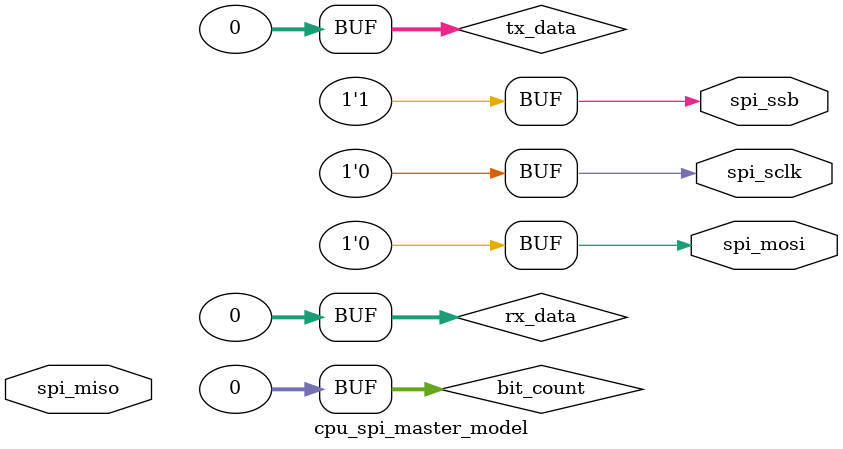
<source format=sv>
`timescale 1ns / 1ps

module cpu_spi_master_model #(
    parameter SPI_CLK_PERIOD = 100  // 10 MHz SPI clock (100ns period)
) (
    // SPI interface to FPGA
    output reg spi_sclk,
    output reg spi_ssb,    // Chip select (active low)
    output reg spi_mosi,
    input  wire spi_miso
);

    //==========================================================================
    // Internal registers
    //==========================================================================
    reg [31:0] tx_data;
    reg [31:0] rx_data;
    integer bit_count;

    //==========================================================================
    // Initialization
    //==========================================================================
    initial begin
        spi_sclk = 0;
        spi_ssb = 1;  // Inactive
        spi_mosi = 0;
        tx_data = 32'h0;
        rx_data = 32'h0;
        bit_count = 0;
    end

    //==========================================================================
    // Task: Write 32-bit data to FPGA register via SPI
    //==========================================================================
    task spi_write(input [31:0] data);
        integer i;
        begin
            $display("[CPU_SPI] Starting SPI write: 0x%08X at time %0t", data, $time);

            tx_data = data;

            // Assert chip select
            spi_ssb = 0;
            #(SPI_CLK_PERIOD/2);

            // Send 32 bits (MSB first)
            for (i = 31; i >= 0; i = i - 1) begin
                // Setup data on MOSI
                spi_mosi = tx_data[i];
                #(SPI_CLK_PERIOD/2);

                // Clock rising edge
                spi_sclk = 1;
                #(SPI_CLK_PERIOD/2);

                // Clock falling edge
                spi_sclk = 0;

                // Sample MISO (for read operations)
                rx_data[i] = spi_miso;
            end

            // Deassert chip select
            #(SPI_CLK_PERIOD/2);
            spi_ssb = 1;
            spi_mosi = 0;
            #(SPI_CLK_PERIOD);

            $display("[CPU_SPI] SPI write completed at time %0t", $time);
        end
    endtask

    //==========================================================================
    // Task: Write to FPGA control register 0 (ctrl_reg0)
    //==========================================================================
    task write_ctrl_reg0(input [31:0] value);
        begin
            $display("[CPU_SPI] Writing ctrl_reg0 = 0x%08X", value);
            spi_write(value);
            #(SPI_CLK_PERIOD * 10);  // Wait for FPGA to process
        end
    endtask

    //==========================================================================
    // Task: Trigger AFE2256 SPI write
    // Format: [31]=wr, [30:24]=reserved, [23:16]=addr, [15:0]=data
    //==========================================================================
    task write_afe2256_reg(input [7:0] afe_addr, input [15:0] afe_data);
        reg [31:0] cmd;
        begin
            // Build command word (bit 23 of AFE2256 SPI = 0 for write)
            cmd = {1'b1,           // [31] Write enable
                   7'h00,          // [30:24] Reserved
                   1'b0,           // [23] AFE2256 R/W bit (0=Write)
                   afe_addr[6:0],  // [22:16] AFE2256 register address (7 bits)
                   afe_data};      // [15:0] AFE2256 register data

            $display("[CPU_SPI] Triggering AFE2256 write: Addr=0x%02X, Data=0x%04X",
                     afe_addr, afe_data);

            write_ctrl_reg0(cmd);

            // Wait for AFE2256 SPI transaction to complete
            #20us;  // AFE2256 SPI takes ~3us, give plenty of margin

            // Clear write bit
            cmd[31] = 1'b0;
            write_ctrl_reg0(cmd);
        end
    endtask

    //==========================================================================
    // Task: Read FPGA status register (32-bit read via SPI)
    //==========================================================================
    task read_status_reg(output [31:0] status_data);
        integer i;
        begin
            $display("[CPU_SPI] Reading FPGA status register at time %0t", $time);

            status_data = 32'h0;

            // Assert chip select
            spi_ssb = 0;
            #(SPI_CLK_PERIOD/2);

            // Send 32 bits of dummy data, capture response
            for (i = 31; i >= 0; i = i - 1) begin
                // Setup dummy data on MOSI
                spi_mosi = 1'b0;
                #(SPI_CLK_PERIOD/2);

                // Clock rising edge
                spi_sclk = 1;
                #(SPI_CLK_PERIOD/4);
                // Sample MISO
                status_data[i] = spi_miso;
                #(SPI_CLK_PERIOD/4);

                // Clock falling edge
                spi_sclk = 0;
            end

            // Deassert chip select
            #(SPI_CLK_PERIOD/2);
            spi_ssb = 1;
            spi_mosi = 0;
            #(SPI_CLK_PERIOD);

            $display("[CPU_SPI] Status register read: 0x%08X at time %0t", status_data, $time);
        end
    endtask

    //==========================================================================
    // Task: Trigger AFE2256 SPI read
    // Format: [31]=wr, [30:24]=reserved, [23]=1 (read), [22:16]=addr, [15:0]=dummy
    //==========================================================================
    task read_afe2256_reg(input [7:0] afe_addr, output [15:0] afe_data);
        reg [31:0] cmd;
        reg [31:0] status;
        begin
            // Build command word (bit 23 of AFE2256 SPI = 1 for read)
            cmd = {1'b1,           // [31] Write enable (triggers SPI transaction)
                   7'h00,          // [30:24] Reserved
                   1'b1,           // [23] AFE2256 R/W bit (1=Read)
                   afe_addr[6:0],  // [22:16] AFE2256 register address (7 bits)
                   16'h0000};      // [15:0] Dummy data

            $display("[CPU_SPI] Triggering AFE2256 read: Addr=0x%02X", afe_addr);

            write_ctrl_reg0(cmd);

            // Wait for AFE2256 SPI transaction to complete
            #20us;

            // Clear write bit
            cmd[31] = 1'b0;
            write_ctrl_reg0(cmd);

            // Wait a bit, then read status_reg1 to get read data
            #5us;

            // Read status_reg1 (would need actual SPI read from FPGA)
            // For now, read it via SPI (this is simplified - real implementation
            // would need a register address system)
            read_status_reg(status);
            afe_data = status[15:0];  // AFE2256 read data in status_reg1[15:0]

            $display("[CPU_SPI] AFE2256 read completed: Data=0x%04X", afe_data);
        end
    endtask

    //==========================================================================
    // Task: Write and verify AFE2256 register
    //==========================================================================
    task write_verify_afe2256_reg(input [7:0] afe_addr, input [15:0] afe_data);
        reg [15:0] readback;
        begin
            $display("[CPU_SPI] Write-Verify: Addr=0x%02X, Data=0x%04X", afe_addr, afe_data);

            // Write the register
            write_afe2256_reg(afe_addr, afe_data);

            // Read it back
            read_afe2256_reg(afe_addr, readback);

            // Verify (comparison will be added in testbench)
            $display("[CPU_SPI] Write-Verify completed for Addr=0x%02X", afe_addr);
        end
    endtask

    //==========================================================================
    // Task: Configure AFE2256 test pattern
    //==========================================================================
    task configure_afe2256_test_pattern(input [4:0] pattern_sel, input [15:0] pattern_value);
        begin
            $display("[CPU_SPI] Configuring AFE2256 test pattern: sel=0x%02X, value=0x%04X",
                     pattern_sel, pattern_value);

            // Write TEST_PATTERN register (0x10)
            // Bits [9:5] = pattern_sel, [4:0] = reserved
            write_afe2256_reg(8'h10, {6'b0, pattern_sel, 5'b0});

            #1us;

            // If custom pattern value needed, write it
            if (pattern_sel == 5'h00) begin
                $display("[CPU_SPI] Writing custom pattern value");
                // Write custom pattern value if needed
            end
        end
    endtask

    //==========================================================================
    // Task: Enable AFE2256 power
    //==========================================================================
    task enable_afe2256_power();
        begin
            $display("[CPU_SPI] Enabling AFE2256 power");
            // Write ctrl_reg0: [18]=AVDD2, [17]=AVDD1, [0]=gate_driver_enable
            write_ctrl_reg0(32'h0006_0001);
        end
    endtask

    //==========================================================================
    // Task: Disable AFE2256 power
    //==========================================================================
    task disable_afe2256_power();
        begin
            $display("[CPU_SPI] Disabling AFE2256 power");
            write_ctrl_reg0(32'h0000_0000);
        end
    endtask

    //==========================================================================
    // Task: Execute AFE2256 full initialization sequence
    // Based on afe2256_spi_pkg::INIT_SEQUENCE
    //==========================================================================
    task init_afe2256_full_sequence();
        begin
            $display("[CPU_SPI] ========================================");
            $display("[CPU_SPI] AFE2256 Full Initialization Sequence");
            $display("[CPU_SPI] ========================================");

            // 1. Soft Reset
            $display("[CPU_SPI] Step 1: Soft Reset");
            write_afe2256_reg(8'h00, 16'h0001);  // RESET
            #10us;

            // 2. TRIM_LOAD (Critical)
            $display("[CPU_SPI] Step 2: TRIM_LOAD (Critical)");
            write_afe2256_reg(8'h30, 16'h0002);  // TRIM_LOAD
            #5us;

            // 3. Essential Bits (Integrate-up mode)
            $display("[CPU_SPI] Step 3: Essential Bits Configuration");
            write_afe2256_reg(8'h11, 16'h2830);  // STR + AUTO_REVERSE
            write_afe2256_reg(8'h12, 16'h4000);  // ESSENTIAL_BIT2
            write_afe2256_reg(8'h16, 16'h00C0);  // ESSENTIAL_BITS5
            write_afe2256_reg(8'h18, 16'h0001);  // ESSENTIAL_BIT3
            write_afe2256_reg(8'h2C, 16'h0000);  // ESSENTIAL_BIT8
            write_afe2256_reg(8'h61, 16'h4000);  // ESSENTIAL_BIT4

            // 4. Operating Mode
            $display("[CPU_SPI] Step 4: Operating Mode Configuration");
            write_afe2256_reg(8'h5E, 16'h0000);  // INTG_MODE (integrate-up)
            write_afe2256_reg(8'h5C, 16'h4800);  // INPUT_RANGE (4.8pC)
            write_afe2256_reg(8'h5D, 16'h0002);  // POWER_MODE (low-noise)

            // 5. Power Mode
            $display("[CPU_SPI] Step 5: Quick Wakeup Mode");
            write_afe2256_reg(8'h13, 16'h0020);  // Quick wakeup

            // 6. Test Pattern (Sync/Deskew for alignment)
            $display("[CPU_SPI] Step 6: Test Pattern (Sync/Deskew)");
            write_afe2256_reg(8'h10, 16'h03C0);  // Sync pattern
            #1us;

            $display("[CPU_SPI] ========================================");
            $display("[CPU_SPI] Initialization Complete");
            $display("[CPU_SPI] ========================================");
        end
    endtask

    //==========================================================================
    // Task: Test all AFE2256 configuration registers
    //==========================================================================
    task test_all_afe2256_registers(output integer pass_count, output integer fail_count);
        reg [7:0] test_addrs [0:15];
        reg [15:0] test_data;
        reg [15:0] readback;
        integer i;
        begin
            pass_count = 0;
            fail_count = 0;

            $display("[CPU_SPI] ========================================");
            $display("[CPU_SPI] Testing All AFE2256 Registers");
            $display("[CPU_SPI] ========================================");

            // Define all testable register addresses
            test_addrs[0]  = 8'h00;  // RESET
            test_addrs[1]  = 8'h10;  // TEST_PATTERN
            test_addrs[2]  = 8'h11;  // STR
            test_addrs[3]  = 8'h12;  // ESSENTIAL_BIT2
            test_addrs[4]  = 8'h13;  // POWER_DOWN
            test_addrs[5]  = 8'h16;  // ESSENTIAL_BITS
            test_addrs[6]  = 8'h18;  // ESSENTIAL_BIT3
            test_addrs[7]  = 8'h2C;  // ESSENTIAL_BIT8
            test_addrs[8]  = 8'h30;  // TRIM_LOAD
            test_addrs[9]  = 8'h5C;  // INPUT_RANGE
            test_addrs[10] = 8'h5D;  // POWER_MODE
            test_addrs[11] = 8'h5E;  // INTG_MODE
            test_addrs[12] = 8'h61;  // ESSENTIAL_BIT4
            test_addrs[13] = 8'h5A;  // PROBE_SIGNAL
            test_addrs[14] = 8'h40;  // IRST (timing profile)
            test_addrs[15] = 8'h42;  // SHR (timing profile)

            for (i = 0; i < 16; i = i + 1) begin
                // Generate unique test value
                test_data = 16'hA5A5 ^ (i << 8) ^ (i << 4);

                $display("\n[CPU_SPI] Testing Register 0x%02X", test_addrs[i]);
                $display("[CPU_SPI]   Writing: 0x%04X", test_data);

                // Write register
                write_afe2256_reg(test_addrs[i], test_data);

                // Read back
                read_afe2256_reg(test_addrs[i], readback);

                $display("[CPU_SPI]   Read back: 0x%04X", readback);

                // Compare
                if (readback == test_data) begin
                    $display("[CPU_SPI]   ✓ PASS");
                    pass_count = pass_count + 1;
                end else begin
                    $display("[CPU_SPI]   ✗ FAIL (mismatch)");
                    fail_count = fail_count + 1;
                end
            end

            $display("\n[CPU_SPI] ========================================");
            $display("[CPU_SPI] Register Test Summary");
            $display("[CPU_SPI]   Total:  %0d", 16);
            $display("[CPU_SPI]   Passed: %0d", pass_count);
            $display("[CPU_SPI]   Failed: %0d", fail_count);
            $display("[CPU_SPI] ========================================");
        end
    endtask

    //==========================================================================
    // Task: Write AFE2256 timing profile register
    //==========================================================================
    task write_timing_profile(input [7:0] profile_addr, input [15:0] profile_data);
        begin
            $display("[CPU_SPI] Writing timing profile: Addr=0x%02X, Data=0x%04X",
                     profile_addr, profile_data);
            write_afe2256_reg(profile_addr, profile_data);
        end
    endtask

    //==========================================================================
    // Task: Configure AFE2256 for normal operation
    //==========================================================================
    task set_normal_mode();
        begin
            $display("[CPU_SPI] Setting AFE2256 to Normal Mode");
            write_afe2256_reg(8'h10, 16'h0000);  // TEST_PATTERN = 0 (normal)
            #1us;
        end
    endtask

endmodule

</source>
